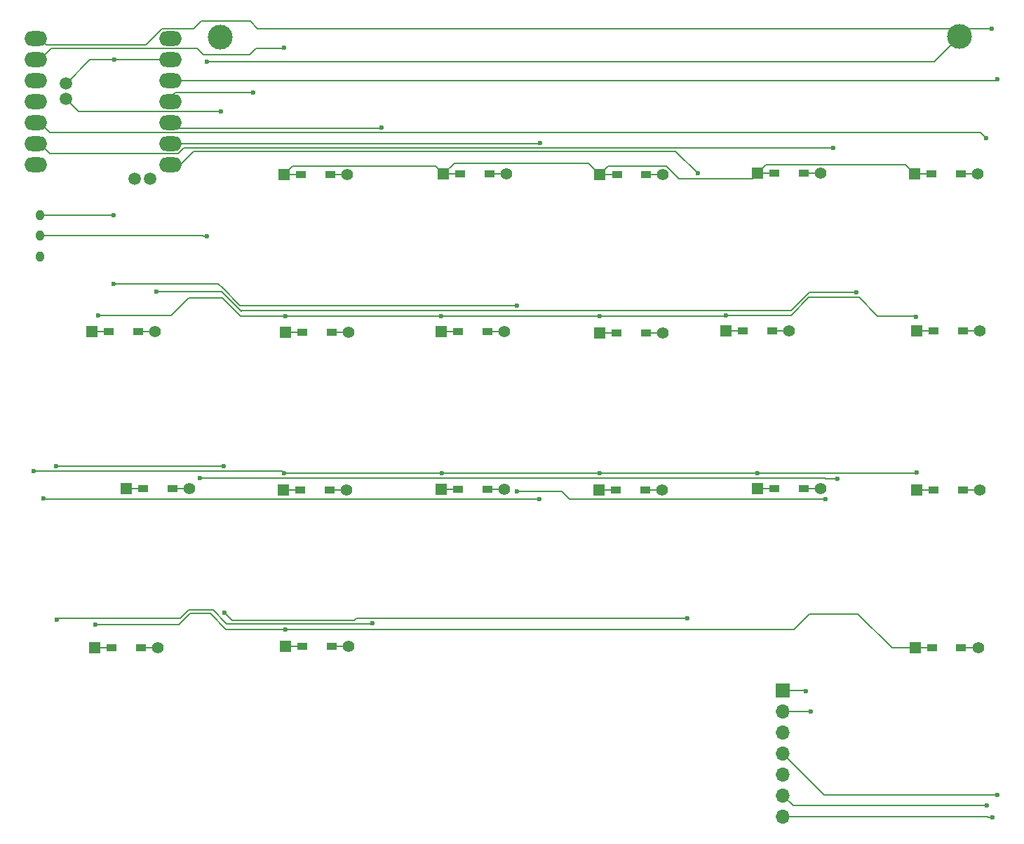
<source format=gbr>
%TF.GenerationSoftware,KiCad,Pcbnew,8.0.7*%
%TF.CreationDate,2025-02-15T16:41:35+09:00*%
%TF.ProjectId,cool642tb_R,636f6f6c-3634-4327-9462-5f522e6b6963,rev?*%
%TF.SameCoordinates,Original*%
%TF.FileFunction,Copper,L1,Top*%
%TF.FilePolarity,Positive*%
%FSLAX46Y46*%
G04 Gerber Fmt 4.6, Leading zero omitted, Abs format (unit mm)*
G04 Created by KiCad (PCBNEW 8.0.7) date 2025-02-15 16:41:35*
%MOMM*%
%LPD*%
G01*
G04 APERTURE LIST*
%TA.AperFunction,ComponentPad*%
%ADD10R,1.397000X1.397000*%
%TD*%
%TA.AperFunction,SMDPad,CuDef*%
%ADD11R,1.300000X0.950000*%
%TD*%
%TA.AperFunction,ComponentPad*%
%ADD12C,1.397000*%
%TD*%
%TA.AperFunction,ComponentPad*%
%ADD13O,1.000000X1.300000*%
%TD*%
%TA.AperFunction,ComponentPad*%
%ADD14O,2.750000X1.800000*%
%TD*%
%TA.AperFunction,ComponentPad*%
%ADD15C,1.500000*%
%TD*%
%TA.AperFunction,ComponentPad*%
%ADD16R,1.700000X1.700000*%
%TD*%
%TA.AperFunction,ComponentPad*%
%ADD17O,1.700000X1.700000*%
%TD*%
%TA.AperFunction,ComponentPad*%
%ADD18C,3.000000*%
%TD*%
%TA.AperFunction,ViaPad*%
%ADD19C,0.600000*%
%TD*%
%TA.AperFunction,Conductor*%
%ADD20C,0.200000*%
%TD*%
G04 APERTURE END LIST*
D10*
%TO.P,D7,1,K*%
%TO.N,Row2*%
X19340000Y-30010000D03*
D11*
X21375000Y-30010000D03*
%TO.P,D7,2,A*%
%TO.N,Net-(D7-A)*%
X24925000Y-30010000D03*
D12*
X26960000Y-30010000D03*
%TD*%
D10*
%TO.P,D11,1,K*%
%TO.N,Row2*%
X38370000Y-30100000D03*
D11*
X40405000Y-30100000D03*
%TO.P,D11,2,A*%
%TO.N,Net-(D11-A)*%
X43955000Y-30100000D03*
D12*
X45990000Y-30100000D03*
%TD*%
D10*
%TO.P,D20,1,K*%
%TO.N,Row3*%
X76510000Y-49200000D03*
D11*
X78545000Y-49200000D03*
%TO.P,D20,2,A*%
%TO.N,Net-(D20-A)*%
X82095000Y-49200000D03*
D12*
X84130000Y-49200000D03*
%TD*%
D10*
%TO.P,D13,1,K*%
%TO.N,Row0*%
X57500000Y8140000D03*
D11*
X59535000Y8140000D03*
%TO.P,D13,2,A*%
%TO.N,Net-(D13-A)*%
X63085000Y8140000D03*
D12*
X65120000Y8140000D03*
%TD*%
D13*
%TO.P,SW21,1,A*%
%TO.N,unconnected-(SW21-A-Pad1)*%
X-29100000Y-1900000D03*
%TO.P,SW21,2,B*%
%TO.N,Net-(BT1--)*%
X-29100000Y600000D03*
%TO.P,SW21,3,C*%
%TO.N,GND*%
X-29100000Y3100000D03*
%TD*%
D10*
%TO.P,D15,1,K*%
%TO.N,Row2*%
X57500000Y-29950000D03*
D11*
X59535000Y-29950000D03*
%TO.P,D15,2,A*%
%TO.N,Net-(D15-A)*%
X63085000Y-29950000D03*
D12*
X65120000Y-29950000D03*
%TD*%
D10*
%TO.P,D1,1,K*%
%TO.N,Row0*%
X350000Y8000000D03*
D11*
X2385000Y8000000D03*
%TO.P,D1,2,A*%
%TO.N,Net-(D1-A)*%
X5935000Y8000000D03*
D12*
X7970000Y8000000D03*
%TD*%
D10*
%TO.P,D9,1,K*%
%TO.N,Row0*%
X38490000Y8000000D03*
D11*
X40525000Y8000000D03*
%TO.P,D9,2,A*%
%TO.N,Net-(D9-A)*%
X44075000Y8000000D03*
D12*
X46110000Y8000000D03*
%TD*%
D10*
%TO.P,D17,1,K*%
%TO.N,Row0*%
X76480000Y8060000D03*
D11*
X78515000Y8060000D03*
%TO.P,D17,2,A*%
%TO.N,Net-(D17-A)*%
X82065000Y8060000D03*
D12*
X84100000Y8060000D03*
%TD*%
D10*
%TO.P,D4,1,K*%
%TO.N,Row3*%
X-22850000Y-10950000D03*
D11*
X-20815000Y-10950000D03*
%TO.P,D4,2,A*%
%TO.N,Net-(D4-A)*%
X-17265000Y-10950000D03*
D12*
X-15230000Y-10950000D03*
%TD*%
D10*
%TO.P,D16,1,K*%
%TO.N,Row3*%
X520000Y-48970000D03*
D11*
X2555000Y-48970000D03*
%TO.P,D16,2,A*%
%TO.N,Net-(D16-A)*%
X6105000Y-48970000D03*
D12*
X8140000Y-48970000D03*
%TD*%
D10*
%TO.P,D3,1,K*%
%TO.N,Row2*%
X295000Y-30130000D03*
D11*
X2330000Y-30130000D03*
%TO.P,D3,2,A*%
%TO.N,Net-(D3-A)*%
X5880000Y-30130000D03*
D12*
X7915000Y-30130000D03*
%TD*%
D10*
%TO.P,D19,1,K*%
%TO.N,Row2*%
X76740000Y-30110000D03*
D11*
X78775000Y-30110000D03*
%TO.P,D19,2,A*%
%TO.N,Net-(D19-A)*%
X82325000Y-30110000D03*
D12*
X84360000Y-30110000D03*
%TD*%
D10*
%TO.P,D10,1,K*%
%TO.N,Row1*%
X38430000Y-11150000D03*
D11*
X40465000Y-11150000D03*
%TO.P,D10,2,A*%
%TO.N,Net-(D10-A)*%
X44015000Y-11150000D03*
D12*
X46050000Y-11150000D03*
%TD*%
D14*
%TO.P,U1,1,P0.02_A0_D0*%
%TO.N,MOTION*%
X-29620000Y24420000D03*
%TO.P,U1,2,P0.03_A1_D1*%
%TO.N,Row0*%
X-29620000Y21880000D03*
%TO.P,U1,3,P0.28_A2_D2*%
%TO.N,Row1*%
X-29620000Y19340000D03*
%TO.P,U1,4,P0.29_A3_D3*%
%TO.N,Row2*%
X-29620000Y16800000D03*
%TO.P,U1,5,P0.04_A4_D4_SDA*%
%TO.N,SDIO*%
X-29620000Y14260000D03*
%TO.P,U1,6,P0.05_A5_D5_SCL*%
%TO.N,SCLK*%
X-29620000Y11720000D03*
%TO.P,U1,7,P1.11_D6_TX*%
%TO.N,Row3*%
X-29620000Y9180000D03*
%TO.P,U1,8,P1.12_D7_RX*%
%TO.N,Col3*%
X-13380000Y9180000D03*
%TO.P,U1,9,P1.13_D8_SCK*%
%TO.N,Col2*%
X-13380000Y11720000D03*
%TO.P,U1,10,P1.14_D9_MISO*%
%TO.N,Col1*%
X-13380000Y14260000D03*
%TO.P,U1,11,P1.15_D10_MOSI*%
%TO.N,Col0*%
X-13380000Y16800000D03*
%TO.P,U1,12,3V3*%
%TO.N,3.3V*%
X-13380000Y19340000D03*
%TO.P,U1,13,GND*%
%TO.N,GND*%
X-13380000Y21880000D03*
%TO.P,U1,14,5V*%
%TO.N,VCC*%
X-13380000Y24420000D03*
D15*
%TO.P,U1,15,NFC1_0.09*%
%TO.N,CS*%
X-17664600Y7488000D03*
%TO.P,U1,16,NFC2_0.10*%
%TO.N,Col4*%
X-15785000Y7488000D03*
%TO.P,U1,20,BATT+*%
%TO.N,Bat*%
X-25945000Y17117000D03*
%TO.P,U1,21,BATT-*%
%TO.N,GND*%
X-25945000Y19022000D03*
%TD*%
D10*
%TO.P,D2,1,K*%
%TO.N,Row1*%
X500000Y-11080000D03*
D11*
X2535000Y-11080000D03*
%TO.P,D2,2,A*%
%TO.N,Net-(D2-A)*%
X6085000Y-11080000D03*
D12*
X8120000Y-11080000D03*
%TD*%
D16*
%TO.P,J1,1,SCLK*%
%TO.N,SCLK*%
X60590000Y-54350000D03*
D17*
%TO.P,J1,2,nCS*%
%TO.N,CS*%
X60590000Y-56890000D03*
%TO.P,J1,3,GND*%
%TO.N,GND*%
X60590000Y-59430000D03*
%TO.P,J1,4,Vin*%
%TO.N,3.3V*%
X60590000Y-61970000D03*
%TO.P,J1,5,nc*%
%TO.N,unconnected-(J1-nc-Pad5)*%
X60590000Y-64510000D03*
%TO.P,J1,6,SDIO*%
%TO.N,SDIO*%
X60590000Y-67050000D03*
%TO.P,J1,7,MOTION*%
%TO.N,MOTION*%
X60590000Y-69590000D03*
%TD*%
D10*
%TO.P,D6,1,K*%
%TO.N,Row1*%
X19340000Y-10980000D03*
D11*
X21375000Y-10980000D03*
%TO.P,D6,2,A*%
%TO.N,Net-(D6-A)*%
X24925000Y-10980000D03*
D12*
X26960000Y-10980000D03*
%TD*%
D10*
%TO.P,D8,1,K*%
%TO.N,Row3*%
X-18680000Y-29980000D03*
D11*
X-16645000Y-29980000D03*
%TO.P,D8,2,A*%
%TO.N,Net-(D8-A)*%
X-13095000Y-29980000D03*
D12*
X-11060000Y-29980000D03*
%TD*%
D18*
%TO.P,BT1,1,+*%
%TO.N,Bat*%
X-7350000Y24620000D03*
%TO.P,BT1,2,-*%
%TO.N,Net-(BT1--)*%
X81920000Y24660000D03*
%TD*%
D10*
%TO.P,D14,1,K*%
%TO.N,Row1*%
X53680000Y-10930000D03*
D11*
X55715000Y-10930000D03*
%TO.P,D14,2,A*%
%TO.N,Net-(D14-A)*%
X59265000Y-10930000D03*
D12*
X61300000Y-10930000D03*
%TD*%
D10*
%TO.P,D12,1,K*%
%TO.N,Row3*%
X-22500000Y-49140000D03*
D11*
X-20465000Y-49140000D03*
%TO.P,D12,2,A*%
%TO.N,Net-(D12-A)*%
X-16915000Y-49140000D03*
D12*
X-14880000Y-49140000D03*
%TD*%
D10*
%TO.P,D5,1,K*%
%TO.N,Row0*%
X19600000Y8040000D03*
D11*
X21635000Y8040000D03*
%TO.P,D5,2,A*%
%TO.N,Net-(D5-A)*%
X25185000Y8040000D03*
D12*
X27220000Y8040000D03*
%TD*%
D10*
%TO.P,D18,1,K*%
%TO.N,Row1*%
X76730000Y-10920000D03*
D11*
X78765000Y-10920000D03*
%TO.P,D18,2,A*%
%TO.N,Net-(D18-A)*%
X82315000Y-10920000D03*
D12*
X84350000Y-10920000D03*
%TD*%
D19*
%TO.N,Col0*%
X-27130000Y-27240000D03*
X-6900000Y-27240000D03*
%TO.N,Bat*%
X-7280000Y15590000D03*
%TO.N,Row0*%
X350000Y23320000D03*
%TO.N,Row1*%
X76650000Y-9160000D03*
X53670000Y-9040000D03*
X510000Y-9100000D03*
X-22060000Y-9070000D03*
X38450000Y-9100000D03*
X19340000Y-9100000D03*
%TO.N,Row2*%
X340000Y-28070000D03*
X38470000Y-28070000D03*
X19360000Y-28070000D03*
X76720000Y-28030000D03*
X-29850000Y-27840000D03*
X57530000Y-28070000D03*
%TO.N,Row3*%
X560000Y-46930000D03*
X-22450000Y-46340000D03*
%TO.N,GND*%
X65680000Y-31230000D03*
X28480000Y-7840000D03*
X-20110000Y21880000D03*
X28470000Y-30300000D03*
X-20200000Y-5200000D03*
X-20190000Y3120000D03*
%TO.N,CS*%
X63910000Y-56860000D03*
X67120000Y-28720000D03*
X-9850000Y-28700000D03*
%TO.N,SCLK*%
X66680000Y11170000D03*
X63310000Y-54390000D03*
%TO.N,MOTION*%
X85880000Y-69630000D03*
X85780000Y25610000D03*
%TO.N,3.3V*%
X86460000Y-66960000D03*
X86480000Y19500000D03*
%TO.N,SDIO*%
X85120000Y12360000D03*
X85180000Y-68240000D03*
%TO.N,Col0*%
X-3380000Y17890000D03*
%TO.N,Col1*%
X12100000Y13660000D03*
X-27100000Y-45810000D03*
X11050000Y-46230000D03*
%TO.N,Col2*%
X-28700000Y-31100000D03*
X31200000Y-31240000D03*
X31220000Y11800000D03*
%TO.N,Col3*%
X-6850000Y-44940000D03*
X49020000Y-45640000D03*
X50270000Y8120000D03*
%TO.N,Col4*%
X-15030000Y-6160000D03*
X69430000Y-6240000D03*
%TO.N,Net-(BT1--)*%
X-8990000Y570000D03*
X-8960000Y21580000D03*
%TD*%
D20*
%TO.N,Col0*%
X-27130000Y-27240000D02*
X-6900000Y-27240000D01*
%TO.N,Bat*%
X-24428000Y15600000D02*
X-10200000Y15600000D01*
X-25945000Y17117000D02*
X-24428000Y15600000D01*
X-7290000Y15600000D02*
X-7280000Y15590000D01*
%TO.N,Net-(D1-A)*%
X7970000Y8000000D02*
X5935000Y8000000D01*
%TO.N,Row0*%
X20920000Y9360000D02*
X19600000Y8040000D01*
X-27780000Y23220000D02*
X-10170000Y23220000D01*
X48002093Y7520000D02*
X46523593Y8998500D01*
X-9390000Y22440000D02*
X-3780000Y22440000D01*
X250000Y23220000D02*
X350000Y23320000D01*
X-3000000Y23220000D02*
X250000Y23220000D01*
X39488500Y8998500D02*
X38490000Y8000000D01*
X76480000Y8060000D02*
X78515000Y8060000D01*
X37130000Y9360000D02*
X20920000Y9360000D01*
X57500000Y8140000D02*
X59535000Y8140000D01*
X1350000Y9000000D02*
X18640000Y9000000D01*
X350000Y8000000D02*
X2385000Y8000000D01*
X38490000Y8000000D02*
X40525000Y8000000D01*
X-29120000Y21880000D02*
X-27780000Y23220000D01*
X56880000Y7520000D02*
X48002093Y7520000D01*
X18640000Y9000000D02*
X19600000Y8040000D01*
X76480000Y8060000D02*
X75401500Y9138500D01*
X75401500Y9138500D02*
X58498500Y9138500D01*
X350000Y8000000D02*
X1350000Y9000000D01*
X19600000Y8040000D02*
X21635000Y8040000D01*
X-10170000Y23220000D02*
X-9390000Y22440000D01*
X57500000Y8140000D02*
X56880000Y7520000D01*
X46523593Y8998500D02*
X39488500Y8998500D01*
X38490000Y8000000D02*
X37130000Y9360000D01*
X-3780000Y22440000D02*
X-3000000Y23220000D01*
X58498500Y9138500D02*
X57500000Y8140000D01*
%TO.N,Net-(D2-A)*%
X8120000Y-11080000D02*
X6085000Y-11080000D01*
%TO.N,Row1*%
X19340000Y-10980000D02*
X21375000Y-10980000D01*
X-13297679Y-9070000D02*
X-11150000Y-6922321D01*
X-7070000Y-6922321D02*
X-4892321Y-9100000D01*
X19340000Y-9100000D02*
X38450000Y-9100000D01*
X-4892321Y-9100000D02*
X510000Y-9100000D01*
X69760000Y-6862321D02*
X63710000Y-6862321D01*
X76570000Y-9080000D02*
X71977679Y-9080000D01*
X53680000Y-10930000D02*
X55715000Y-10930000D01*
X510000Y-9100000D02*
X19340000Y-9100000D01*
X2535000Y-11080000D02*
X500000Y-11080000D01*
X61532321Y-9040000D02*
X63710000Y-6862321D01*
X71977679Y-9080000D02*
X69760000Y-6862321D01*
X76730000Y-10920000D02*
X78765000Y-10920000D01*
X-11150000Y-6922321D02*
X-7070000Y-6922321D01*
X76650000Y-9160000D02*
X76570000Y-9080000D01*
X-22060000Y-9070000D02*
X-13297679Y-9070000D01*
X38430000Y-11150000D02*
X40465000Y-11150000D01*
X53670000Y-9040000D02*
X61532321Y-9040000D01*
X53610000Y-9100000D02*
X53670000Y-9040000D01*
X38450000Y-9100000D02*
X53610000Y-9100000D01*
%TO.N,Net-(D3-A)*%
X7915000Y-30130000D02*
X5880000Y-30130000D01*
%TO.N,Row2*%
X76740000Y-30110000D02*
X78775000Y-30110000D01*
X38370000Y-30100000D02*
X40405000Y-30100000D01*
X76680000Y-28070000D02*
X76720000Y-28030000D01*
X-29850000Y-27840000D02*
X110000Y-27840000D01*
X57530000Y-28070000D02*
X76680000Y-28070000D01*
X38470000Y-28070000D02*
X57530000Y-28070000D01*
X19340000Y-30010000D02*
X21375000Y-30010000D01*
X19360000Y-28070000D02*
X38470000Y-28070000D01*
X57500000Y-29950000D02*
X59535000Y-29950000D01*
X295000Y-30130000D02*
X2330000Y-30130000D01*
X340000Y-28070000D02*
X19360000Y-28070000D01*
X110000Y-27840000D02*
X340000Y-28070000D01*
%TO.N,Net-(D4-A)*%
X-15230000Y-10950000D02*
X-17265000Y-10950000D01*
%TO.N,Row3*%
X560000Y-46930000D02*
X-6644004Y-46930000D01*
X-22850000Y-10950000D02*
X-20815000Y-10950000D01*
X76510000Y-49200000D02*
X78545000Y-49200000D01*
X-8581683Y-44992321D02*
X-11002321Y-44992321D01*
X-11002321Y-44992321D02*
X-12350000Y-46340000D01*
X-18680000Y-29980000D02*
X-16645000Y-29980000D01*
X560000Y-46930000D02*
X61932321Y-46930000D01*
X-12350000Y-46340000D02*
X-22450000Y-46340000D01*
X63800000Y-45062321D02*
X69580000Y-45062321D01*
X-22500000Y-49140000D02*
X-20465000Y-49140000D01*
X61932321Y-46930000D02*
X63800000Y-45062321D01*
X76510000Y-49200000D02*
X73717679Y-49200000D01*
X73717679Y-49200000D02*
X69580000Y-45062321D01*
X520000Y-48970000D02*
X2555000Y-48970000D01*
X-6644004Y-46930000D02*
X-8581683Y-44992321D01*
%TO.N,Net-(D5-A)*%
X27220000Y8040000D02*
X25185000Y8040000D01*
%TO.N,Net-(D6-A)*%
X26960000Y-10980000D02*
X24925000Y-10980000D01*
%TO.N,Net-(D7-A)*%
X26960000Y-30010000D02*
X24925000Y-30010000D01*
%TO.N,Net-(D8-A)*%
X-11060000Y-29980000D02*
X-13095000Y-29980000D01*
%TO.N,Net-(D9-A)*%
X46110000Y8000000D02*
X44075000Y8000000D01*
%TO.N,Net-(D10-A)*%
X46050000Y-11150000D02*
X44015000Y-11150000D01*
%TO.N,Net-(D11-A)*%
X45990000Y-30100000D02*
X43955000Y-30100000D01*
%TO.N,Net-(D12-A)*%
X-14880000Y-49140000D02*
X-16915000Y-49140000D01*
%TO.N,Net-(D13-A)*%
X65120000Y8140000D02*
X63085000Y8140000D01*
%TO.N,Net-(D14-A)*%
X61300000Y-10930000D02*
X59265000Y-10930000D01*
%TO.N,Net-(D15-A)*%
X65120000Y-29950000D02*
X63085000Y-29950000D01*
%TO.N,Net-(D16-A)*%
X8140000Y-48970000D02*
X6105000Y-48970000D01*
%TO.N,Net-(D17-A)*%
X84100000Y8060000D02*
X82065000Y8060000D01*
%TO.N,Net-(D18-A)*%
X84350000Y-10920000D02*
X82315000Y-10920000D01*
%TO.N,GND*%
X65680000Y-31230000D02*
X34770000Y-31230000D01*
X-29100000Y3100000D02*
X-20210000Y3100000D01*
X33840000Y-30300000D02*
X28470000Y-30300000D01*
X-25937801Y19022000D02*
X-23079801Y21880000D01*
X-23079801Y21880000D02*
X-20110000Y21880000D01*
X34770000Y-31230000D02*
X33840000Y-30300000D01*
X-20110000Y21880000D02*
X-13880000Y21880000D01*
X-7584314Y-5200000D02*
X-20200000Y-5200000D01*
X-20210000Y3100000D02*
X-20190000Y3120000D01*
X-25945000Y19022000D02*
X-25937801Y19022000D01*
X-4944314Y-7840000D02*
X-7024314Y-5760000D01*
X-7024314Y-5760000D02*
X-7584314Y-5200000D01*
X28480000Y-7840000D02*
X-4944314Y-7840000D01*
%TO.N,CS*%
X-9850000Y-28700000D02*
X65680000Y-28700000D01*
X63910000Y-56860000D02*
X63580000Y-56860000D01*
X67120000Y-28720000D02*
X65700000Y-28720000D01*
X65700000Y-28720000D02*
X65680000Y-28700000D01*
X63580000Y-56860000D02*
X63550000Y-56890000D01*
X63550000Y-56890000D02*
X60590000Y-56890000D01*
%TO.N,SCLK*%
X-12407944Y10520000D02*
X-11727944Y11200000D01*
X-27920000Y10520000D02*
X-12407944Y10520000D01*
X66650000Y11200000D02*
X66680000Y11170000D01*
X-29120000Y11720000D02*
X-27920000Y10520000D01*
X63270000Y-54350000D02*
X60590000Y-54350000D01*
X63310000Y-54390000D02*
X63270000Y-54350000D01*
X-11727944Y11200000D02*
X66650000Y11200000D01*
%TO.N,MOTION*%
X-9640000Y26520000D02*
X-3750000Y26520000D01*
X-10540000Y25620000D02*
X-9640000Y26520000D01*
X85350000Y-69630000D02*
X85310000Y-69590000D01*
X-14352056Y25620000D02*
X-10540000Y25620000D01*
X-29120000Y24420000D02*
X-28320000Y23620000D01*
X85310000Y-69590000D02*
X60590000Y-69590000D01*
X-28320000Y23620000D02*
X-16352056Y23620000D01*
X-3750000Y26520000D02*
X-2850000Y25620000D01*
X85880000Y-69630000D02*
X85350000Y-69630000D01*
X-2850000Y25620000D02*
X85770000Y25620000D01*
X85770000Y25620000D02*
X85780000Y25610000D01*
X-16352056Y23620000D02*
X-14352056Y25620000D01*
%TO.N,3.3V*%
X-13880000Y19340000D02*
X86320000Y19340000D01*
X86460000Y-66960000D02*
X65580000Y-66960000D01*
X65580000Y-66960000D02*
X60590000Y-61970000D01*
X86320000Y19340000D02*
X86480000Y19500000D01*
%TO.N,SDIO*%
X61780000Y-68240000D02*
X60590000Y-67050000D01*
X84420000Y13060000D02*
X85120000Y12360000D01*
X-27920000Y13060000D02*
X84420000Y13060000D01*
X85180000Y-68240000D02*
X61780000Y-68240000D01*
X-29120000Y14260000D02*
X-27920000Y13060000D01*
%TO.N,Net-(D19-A)*%
X84360000Y-30110000D02*
X82325000Y-30110000D01*
%TO.N,Col0*%
X-13880000Y16800000D02*
X-12790000Y17890000D01*
X-12790000Y17890000D02*
X-3380000Y17890000D01*
%TO.N,Col1*%
X-8237679Y-44592321D02*
X-11202321Y-44592321D01*
X-11202321Y-44592321D02*
X-12210000Y-45600000D01*
X-12210000Y-45600000D02*
X-26890000Y-45600000D01*
X12040000Y13600000D02*
X12100000Y13660000D01*
X-13880000Y14260000D02*
X-13220000Y13600000D01*
X11020000Y-46260000D02*
X-6570000Y-46260000D01*
X-26890000Y-45600000D02*
X-27100000Y-45810000D01*
X-13220000Y13600000D02*
X12040000Y13600000D01*
X11050000Y-46230000D02*
X11020000Y-46260000D01*
X-6570000Y-46260000D02*
X-8237679Y-44592321D01*
%TO.N,Col2*%
X-28560000Y-31240000D02*
X-28700000Y-31100000D01*
X31140000Y11720000D02*
X31220000Y11800000D01*
X31200000Y-31240000D02*
X-28560000Y-31240000D01*
X-13880000Y11720000D02*
X31140000Y11720000D01*
%TO.N,Col3*%
X-12190000Y9180000D02*
X-10570000Y10800000D01*
X11990000Y-45640000D02*
X49020000Y-45640000D01*
X9070000Y-45630000D02*
X11980000Y-45630000D01*
X-10570000Y10800000D02*
X47590000Y10800000D01*
X8840000Y-45860000D02*
X9070000Y-45630000D01*
X-13880000Y9180000D02*
X-12190000Y9180000D01*
X-6850000Y-44940000D02*
X-5930000Y-45860000D01*
X11980000Y-45630000D02*
X11990000Y-45640000D01*
X47590000Y10800000D02*
X50270000Y8120000D01*
X-5930000Y-45860000D02*
X8840000Y-45860000D01*
%TO.N,Col4*%
X63766635Y-6240000D02*
X69430000Y-6240000D01*
X-4850000Y-8500000D02*
X-4790000Y-8440000D01*
X-7190000Y-6160000D02*
X-4850000Y-8500000D01*
X-4790000Y-8440000D02*
X61566635Y-8440000D01*
X-15030000Y-6160000D02*
X-7190000Y-6160000D01*
X61566635Y-8440000D02*
X63766635Y-6240000D01*
%TO.N,Net-(D20-A)*%
X84130000Y-49200000D02*
X82095000Y-49200000D01*
%TO.N,Net-(BT1--)*%
X-8990000Y570000D02*
X-9390000Y570000D01*
X-9390000Y570000D02*
X-9420000Y600000D01*
X-8960000Y21580000D02*
X78840000Y21580000D01*
X78840000Y21580000D02*
X81920000Y24660000D01*
X-9420000Y600000D02*
X-29100000Y600000D01*
%TO.N,Bat*%
X-10200000Y15600000D02*
X-7290000Y15600000D01*
%TD*%
M02*

</source>
